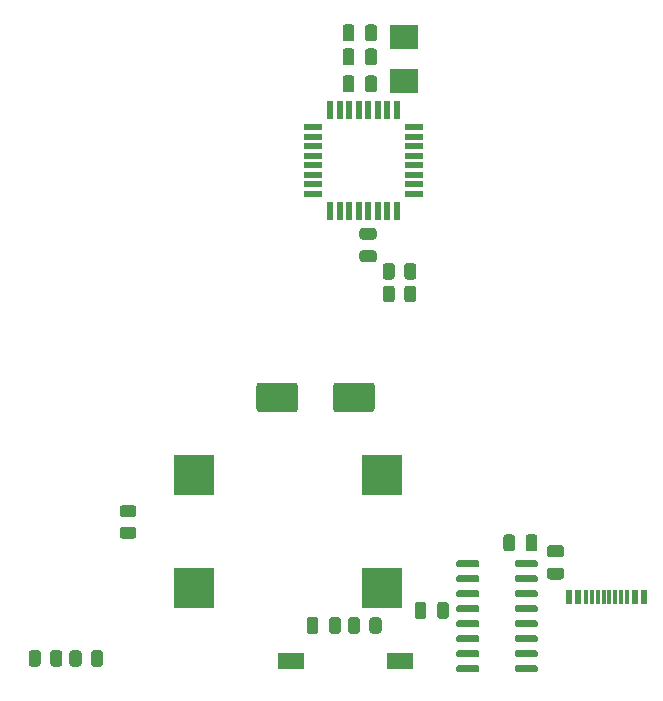
<source format=gbr>
%TF.GenerationSoftware,KiCad,Pcbnew,(5.1.9)-1*%
%TF.CreationDate,2021-04-10T21:08:21+08:00*%
%TF.ProjectId,CSPS2ATX2.0,43535053-3241-4545-9832-2e302e6b6963,V2.0*%
%TF.SameCoordinates,Original*%
%TF.FileFunction,Paste,Bot*%
%TF.FilePolarity,Positive*%
%FSLAX46Y46*%
G04 Gerber Fmt 4.6, Leading zero omitted, Abs format (unit mm)*
G04 Created by KiCad (PCBNEW (5.1.9)-1) date 2021-04-10 21:08:21*
%MOMM*%
%LPD*%
G01*
G04 APERTURE LIST*
%ADD10R,0.600000X1.160000*%
%ADD11R,0.300000X1.160000*%
%ADD12R,3.500000X3.500000*%
%ADD13R,2.400000X2.000000*%
%ADD14R,1.600000X0.550000*%
%ADD15R,0.550000X1.600000*%
%ADD16R,2.180000X1.400000*%
G04 APERTURE END LIST*
D10*
%TO.C,J101*%
X127610000Y-118267000D03*
X128410000Y-118267000D03*
X127610000Y-118267000D03*
X128410000Y-118267000D03*
X134010000Y-118267000D03*
X134010000Y-118267000D03*
X133210000Y-118267000D03*
X133210000Y-118267000D03*
D11*
X129060000Y-118267000D03*
X130060000Y-118267000D03*
X129560000Y-118267000D03*
X132060000Y-118267000D03*
X132560000Y-118267000D03*
X130560000Y-118267000D03*
X131060000Y-118267000D03*
X131560000Y-118267000D03*
%TD*%
D12*
%TO.C,U4*%
X111760000Y-117475000D03*
X111760000Y-107950000D03*
X95885000Y-117475000D03*
X95885000Y-107950000D03*
%TD*%
D13*
%TO.C,Y101*%
X113665000Y-70849000D03*
X113665000Y-74549000D03*
%TD*%
%TO.C,U102*%
G36*
G01*
X120039000Y-115293000D02*
X120039000Y-115593000D01*
G75*
G02*
X119889000Y-115743000I-150000J0D01*
G01*
X118239000Y-115743000D01*
G75*
G02*
X118089000Y-115593000I0J150000D01*
G01*
X118089000Y-115293000D01*
G75*
G02*
X118239000Y-115143000I150000J0D01*
G01*
X119889000Y-115143000D01*
G75*
G02*
X120039000Y-115293000I0J-150000D01*
G01*
G37*
G36*
G01*
X120039000Y-116563000D02*
X120039000Y-116863000D01*
G75*
G02*
X119889000Y-117013000I-150000J0D01*
G01*
X118239000Y-117013000D01*
G75*
G02*
X118089000Y-116863000I0J150000D01*
G01*
X118089000Y-116563000D01*
G75*
G02*
X118239000Y-116413000I150000J0D01*
G01*
X119889000Y-116413000D01*
G75*
G02*
X120039000Y-116563000I0J-150000D01*
G01*
G37*
G36*
G01*
X120039000Y-117833000D02*
X120039000Y-118133000D01*
G75*
G02*
X119889000Y-118283000I-150000J0D01*
G01*
X118239000Y-118283000D01*
G75*
G02*
X118089000Y-118133000I0J150000D01*
G01*
X118089000Y-117833000D01*
G75*
G02*
X118239000Y-117683000I150000J0D01*
G01*
X119889000Y-117683000D01*
G75*
G02*
X120039000Y-117833000I0J-150000D01*
G01*
G37*
G36*
G01*
X120039000Y-119103000D02*
X120039000Y-119403000D01*
G75*
G02*
X119889000Y-119553000I-150000J0D01*
G01*
X118239000Y-119553000D01*
G75*
G02*
X118089000Y-119403000I0J150000D01*
G01*
X118089000Y-119103000D01*
G75*
G02*
X118239000Y-118953000I150000J0D01*
G01*
X119889000Y-118953000D01*
G75*
G02*
X120039000Y-119103000I0J-150000D01*
G01*
G37*
G36*
G01*
X120039000Y-120373000D02*
X120039000Y-120673000D01*
G75*
G02*
X119889000Y-120823000I-150000J0D01*
G01*
X118239000Y-120823000D01*
G75*
G02*
X118089000Y-120673000I0J150000D01*
G01*
X118089000Y-120373000D01*
G75*
G02*
X118239000Y-120223000I150000J0D01*
G01*
X119889000Y-120223000D01*
G75*
G02*
X120039000Y-120373000I0J-150000D01*
G01*
G37*
G36*
G01*
X120039000Y-121643000D02*
X120039000Y-121943000D01*
G75*
G02*
X119889000Y-122093000I-150000J0D01*
G01*
X118239000Y-122093000D01*
G75*
G02*
X118089000Y-121943000I0J150000D01*
G01*
X118089000Y-121643000D01*
G75*
G02*
X118239000Y-121493000I150000J0D01*
G01*
X119889000Y-121493000D01*
G75*
G02*
X120039000Y-121643000I0J-150000D01*
G01*
G37*
G36*
G01*
X120039000Y-122913000D02*
X120039000Y-123213000D01*
G75*
G02*
X119889000Y-123363000I-150000J0D01*
G01*
X118239000Y-123363000D01*
G75*
G02*
X118089000Y-123213000I0J150000D01*
G01*
X118089000Y-122913000D01*
G75*
G02*
X118239000Y-122763000I150000J0D01*
G01*
X119889000Y-122763000D01*
G75*
G02*
X120039000Y-122913000I0J-150000D01*
G01*
G37*
G36*
G01*
X120039000Y-124183000D02*
X120039000Y-124483000D01*
G75*
G02*
X119889000Y-124633000I-150000J0D01*
G01*
X118239000Y-124633000D01*
G75*
G02*
X118089000Y-124483000I0J150000D01*
G01*
X118089000Y-124183000D01*
G75*
G02*
X118239000Y-124033000I150000J0D01*
G01*
X119889000Y-124033000D01*
G75*
G02*
X120039000Y-124183000I0J-150000D01*
G01*
G37*
G36*
G01*
X124989000Y-124183000D02*
X124989000Y-124483000D01*
G75*
G02*
X124839000Y-124633000I-150000J0D01*
G01*
X123189000Y-124633000D01*
G75*
G02*
X123039000Y-124483000I0J150000D01*
G01*
X123039000Y-124183000D01*
G75*
G02*
X123189000Y-124033000I150000J0D01*
G01*
X124839000Y-124033000D01*
G75*
G02*
X124989000Y-124183000I0J-150000D01*
G01*
G37*
G36*
G01*
X124989000Y-122913000D02*
X124989000Y-123213000D01*
G75*
G02*
X124839000Y-123363000I-150000J0D01*
G01*
X123189000Y-123363000D01*
G75*
G02*
X123039000Y-123213000I0J150000D01*
G01*
X123039000Y-122913000D01*
G75*
G02*
X123189000Y-122763000I150000J0D01*
G01*
X124839000Y-122763000D01*
G75*
G02*
X124989000Y-122913000I0J-150000D01*
G01*
G37*
G36*
G01*
X124989000Y-121643000D02*
X124989000Y-121943000D01*
G75*
G02*
X124839000Y-122093000I-150000J0D01*
G01*
X123189000Y-122093000D01*
G75*
G02*
X123039000Y-121943000I0J150000D01*
G01*
X123039000Y-121643000D01*
G75*
G02*
X123189000Y-121493000I150000J0D01*
G01*
X124839000Y-121493000D01*
G75*
G02*
X124989000Y-121643000I0J-150000D01*
G01*
G37*
G36*
G01*
X124989000Y-120373000D02*
X124989000Y-120673000D01*
G75*
G02*
X124839000Y-120823000I-150000J0D01*
G01*
X123189000Y-120823000D01*
G75*
G02*
X123039000Y-120673000I0J150000D01*
G01*
X123039000Y-120373000D01*
G75*
G02*
X123189000Y-120223000I150000J0D01*
G01*
X124839000Y-120223000D01*
G75*
G02*
X124989000Y-120373000I0J-150000D01*
G01*
G37*
G36*
G01*
X124989000Y-119103000D02*
X124989000Y-119403000D01*
G75*
G02*
X124839000Y-119553000I-150000J0D01*
G01*
X123189000Y-119553000D01*
G75*
G02*
X123039000Y-119403000I0J150000D01*
G01*
X123039000Y-119103000D01*
G75*
G02*
X123189000Y-118953000I150000J0D01*
G01*
X124839000Y-118953000D01*
G75*
G02*
X124989000Y-119103000I0J-150000D01*
G01*
G37*
G36*
G01*
X124989000Y-117833000D02*
X124989000Y-118133000D01*
G75*
G02*
X124839000Y-118283000I-150000J0D01*
G01*
X123189000Y-118283000D01*
G75*
G02*
X123039000Y-118133000I0J150000D01*
G01*
X123039000Y-117833000D01*
G75*
G02*
X123189000Y-117683000I150000J0D01*
G01*
X124839000Y-117683000D01*
G75*
G02*
X124989000Y-117833000I0J-150000D01*
G01*
G37*
G36*
G01*
X124989000Y-116563000D02*
X124989000Y-116863000D01*
G75*
G02*
X124839000Y-117013000I-150000J0D01*
G01*
X123189000Y-117013000D01*
G75*
G02*
X123039000Y-116863000I0J150000D01*
G01*
X123039000Y-116563000D01*
G75*
G02*
X123189000Y-116413000I150000J0D01*
G01*
X124839000Y-116413000D01*
G75*
G02*
X124989000Y-116563000I0J-150000D01*
G01*
G37*
G36*
G01*
X124989000Y-115293000D02*
X124989000Y-115593000D01*
G75*
G02*
X124839000Y-115743000I-150000J0D01*
G01*
X123189000Y-115743000D01*
G75*
G02*
X123039000Y-115593000I0J150000D01*
G01*
X123039000Y-115293000D01*
G75*
G02*
X123189000Y-115143000I150000J0D01*
G01*
X124839000Y-115143000D01*
G75*
G02*
X124989000Y-115293000I0J-150000D01*
G01*
G37*
%TD*%
D14*
%TO.C,U101*%
X105986000Y-78480000D03*
X105986000Y-79280000D03*
X105986000Y-80080000D03*
X105986000Y-80880000D03*
X105986000Y-81680000D03*
X105986000Y-82480000D03*
X105986000Y-83280000D03*
X105986000Y-84080000D03*
D15*
X107436000Y-85530000D03*
X108236000Y-85530000D03*
X109036000Y-85530000D03*
X109836000Y-85530000D03*
X110636000Y-85530000D03*
X111436000Y-85530000D03*
X112236000Y-85530000D03*
X113036000Y-85530000D03*
D14*
X114486000Y-84080000D03*
X114486000Y-83280000D03*
X114486000Y-82480000D03*
X114486000Y-81680000D03*
X114486000Y-80880000D03*
X114486000Y-80080000D03*
X114486000Y-79280000D03*
X114486000Y-78480000D03*
D15*
X113036000Y-77030000D03*
X112236000Y-77030000D03*
X111436000Y-77030000D03*
X110636000Y-77030000D03*
X109836000Y-77030000D03*
X109036000Y-77030000D03*
X108236000Y-77030000D03*
X107436000Y-77030000D03*
%TD*%
D16*
%TO.C,SW101*%
X104104000Y-123698000D03*
X113284000Y-123698000D03*
%TD*%
%TO.C,R107*%
G36*
G01*
X113684000Y-91128001D02*
X113684000Y-90227999D01*
G75*
G02*
X113933999Y-89978000I249999J0D01*
G01*
X114459001Y-89978000D01*
G75*
G02*
X114709000Y-90227999I0J-249999D01*
G01*
X114709000Y-91128001D01*
G75*
G02*
X114459001Y-91378000I-249999J0D01*
G01*
X113933999Y-91378000D01*
G75*
G02*
X113684000Y-91128001I0J249999D01*
G01*
G37*
G36*
G01*
X111859000Y-91128001D02*
X111859000Y-90227999D01*
G75*
G02*
X112108999Y-89978000I249999J0D01*
G01*
X112634001Y-89978000D01*
G75*
G02*
X112884000Y-90227999I0J-249999D01*
G01*
X112884000Y-91128001D01*
G75*
G02*
X112634001Y-91378000I-249999J0D01*
G01*
X112108999Y-91378000D01*
G75*
G02*
X111859000Y-91128001I0J249999D01*
G01*
G37*
%TD*%
%TO.C,R106*%
G36*
G01*
X112884000Y-92132999D02*
X112884000Y-93033001D01*
G75*
G02*
X112634001Y-93283000I-249999J0D01*
G01*
X112108999Y-93283000D01*
G75*
G02*
X111859000Y-93033001I0J249999D01*
G01*
X111859000Y-92132999D01*
G75*
G02*
X112108999Y-91883000I249999J0D01*
G01*
X112634001Y-91883000D01*
G75*
G02*
X112884000Y-92132999I0J-249999D01*
G01*
G37*
G36*
G01*
X114709000Y-92132999D02*
X114709000Y-93033001D01*
G75*
G02*
X114459001Y-93283000I-249999J0D01*
G01*
X113933999Y-93283000D01*
G75*
G02*
X113684000Y-93033001I0J249999D01*
G01*
X113684000Y-92132999D01*
G75*
G02*
X113933999Y-91883000I249999J0D01*
G01*
X114459001Y-91883000D01*
G75*
G02*
X114709000Y-92132999I0J-249999D01*
G01*
G37*
%TD*%
%TO.C,R101*%
G36*
G01*
X110739500Y-121100001D02*
X110739500Y-120199999D01*
G75*
G02*
X110989499Y-119950000I249999J0D01*
G01*
X111514501Y-119950000D01*
G75*
G02*
X111764500Y-120199999I0J-249999D01*
G01*
X111764500Y-121100001D01*
G75*
G02*
X111514501Y-121350000I-249999J0D01*
G01*
X110989499Y-121350000D01*
G75*
G02*
X110739500Y-121100001I0J249999D01*
G01*
G37*
G36*
G01*
X108914500Y-121100001D02*
X108914500Y-120199999D01*
G75*
G02*
X109164499Y-119950000I249999J0D01*
G01*
X109689501Y-119950000D01*
G75*
G02*
X109939500Y-120199999I0J-249999D01*
G01*
X109939500Y-121100001D01*
G75*
G02*
X109689501Y-121350000I-249999J0D01*
G01*
X109164499Y-121350000D01*
G75*
G02*
X108914500Y-121100001I0J249999D01*
G01*
G37*
%TD*%
%TO.C,R6*%
G36*
G01*
X82912000Y-122993999D02*
X82912000Y-123894001D01*
G75*
G02*
X82662001Y-124144000I-249999J0D01*
G01*
X82136999Y-124144000D01*
G75*
G02*
X81887000Y-123894001I0J249999D01*
G01*
X81887000Y-122993999D01*
G75*
G02*
X82136999Y-122744000I249999J0D01*
G01*
X82662001Y-122744000D01*
G75*
G02*
X82912000Y-122993999I0J-249999D01*
G01*
G37*
G36*
G01*
X84737000Y-122993999D02*
X84737000Y-123894001D01*
G75*
G02*
X84487001Y-124144000I-249999J0D01*
G01*
X83961999Y-124144000D01*
G75*
G02*
X83712000Y-123894001I0J249999D01*
G01*
X83712000Y-122993999D01*
G75*
G02*
X83961999Y-122744000I249999J0D01*
G01*
X84487001Y-122744000D01*
G75*
G02*
X84737000Y-122993999I0J-249999D01*
G01*
G37*
%TD*%
%TO.C,R5*%
G36*
G01*
X86364500Y-122993999D02*
X86364500Y-123894001D01*
G75*
G02*
X86114501Y-124144000I-249999J0D01*
G01*
X85589499Y-124144000D01*
G75*
G02*
X85339500Y-123894001I0J249999D01*
G01*
X85339500Y-122993999D01*
G75*
G02*
X85589499Y-122744000I249999J0D01*
G01*
X86114501Y-122744000D01*
G75*
G02*
X86364500Y-122993999I0J-249999D01*
G01*
G37*
G36*
G01*
X88189500Y-122993999D02*
X88189500Y-123894001D01*
G75*
G02*
X87939501Y-124144000I-249999J0D01*
G01*
X87414499Y-124144000D01*
G75*
G02*
X87164500Y-123894001I0J249999D01*
G01*
X87164500Y-122993999D01*
G75*
G02*
X87414499Y-122744000I249999J0D01*
G01*
X87939501Y-122744000D01*
G75*
G02*
X88189500Y-122993999I0J-249999D01*
G01*
G37*
%TD*%
%TO.C,R1*%
G36*
G01*
X90747001Y-111487000D02*
X89846999Y-111487000D01*
G75*
G02*
X89597000Y-111237001I0J249999D01*
G01*
X89597000Y-110711999D01*
G75*
G02*
X89846999Y-110462000I249999J0D01*
G01*
X90747001Y-110462000D01*
G75*
G02*
X90997000Y-110711999I0J-249999D01*
G01*
X90997000Y-111237001D01*
G75*
G02*
X90747001Y-111487000I-249999J0D01*
G01*
G37*
G36*
G01*
X90747001Y-113312000D02*
X89846999Y-113312000D01*
G75*
G02*
X89597000Y-113062001I0J249999D01*
G01*
X89597000Y-112536999D01*
G75*
G02*
X89846999Y-112287000I249999J0D01*
G01*
X90747001Y-112287000D01*
G75*
G02*
X90997000Y-112536999I0J-249999D01*
G01*
X90997000Y-113062001D01*
G75*
G02*
X90747001Y-113312000I-249999J0D01*
G01*
G37*
%TD*%
%TO.C,C108*%
G36*
G01*
X115562000Y-118905000D02*
X115562000Y-119855000D01*
G75*
G02*
X115312000Y-120105000I-250000J0D01*
G01*
X114812000Y-120105000D01*
G75*
G02*
X114562000Y-119855000I0J250000D01*
G01*
X114562000Y-118905000D01*
G75*
G02*
X114812000Y-118655000I250000J0D01*
G01*
X115312000Y-118655000D01*
G75*
G02*
X115562000Y-118905000I0J-250000D01*
G01*
G37*
G36*
G01*
X117462000Y-118905000D02*
X117462000Y-119855000D01*
G75*
G02*
X117212000Y-120105000I-250000J0D01*
G01*
X116712000Y-120105000D01*
G75*
G02*
X116462000Y-119855000I0J250000D01*
G01*
X116462000Y-118905000D01*
G75*
G02*
X116712000Y-118655000I250000J0D01*
G01*
X117212000Y-118655000D01*
G75*
G02*
X117462000Y-118905000I0J-250000D01*
G01*
G37*
%TD*%
%TO.C,C107*%
G36*
G01*
X123960000Y-114140000D02*
X123960000Y-113190000D01*
G75*
G02*
X124210000Y-112940000I250000J0D01*
G01*
X124710000Y-112940000D01*
G75*
G02*
X124960000Y-113190000I0J-250000D01*
G01*
X124960000Y-114140000D01*
G75*
G02*
X124710000Y-114390000I-250000J0D01*
G01*
X124210000Y-114390000D01*
G75*
G02*
X123960000Y-114140000I0J250000D01*
G01*
G37*
G36*
G01*
X122060000Y-114140000D02*
X122060000Y-113190000D01*
G75*
G02*
X122310000Y-112940000I250000J0D01*
G01*
X122810000Y-112940000D01*
G75*
G02*
X123060000Y-113190000I0J-250000D01*
G01*
X123060000Y-114140000D01*
G75*
G02*
X122810000Y-114390000I-250000J0D01*
G01*
X122310000Y-114390000D01*
G75*
G02*
X122060000Y-114140000I0J250000D01*
G01*
G37*
%TD*%
%TO.C,C106*%
G36*
G01*
X126967000Y-114866000D02*
X126017000Y-114866000D01*
G75*
G02*
X125767000Y-114616000I0J250000D01*
G01*
X125767000Y-114116000D01*
G75*
G02*
X126017000Y-113866000I250000J0D01*
G01*
X126967000Y-113866000D01*
G75*
G02*
X127217000Y-114116000I0J-250000D01*
G01*
X127217000Y-114616000D01*
G75*
G02*
X126967000Y-114866000I-250000J0D01*
G01*
G37*
G36*
G01*
X126967000Y-116766000D02*
X126017000Y-116766000D01*
G75*
G02*
X125767000Y-116516000I0J250000D01*
G01*
X125767000Y-116016000D01*
G75*
G02*
X126017000Y-115766000I250000J0D01*
G01*
X126967000Y-115766000D01*
G75*
G02*
X127217000Y-116016000I0J-250000D01*
G01*
X127217000Y-116516000D01*
G75*
G02*
X126967000Y-116766000I-250000J0D01*
G01*
G37*
%TD*%
%TO.C,C105*%
G36*
G01*
X107323000Y-121125000D02*
X107323000Y-120175000D01*
G75*
G02*
X107573000Y-119925000I250000J0D01*
G01*
X108073000Y-119925000D01*
G75*
G02*
X108323000Y-120175000I0J-250000D01*
G01*
X108323000Y-121125000D01*
G75*
G02*
X108073000Y-121375000I-250000J0D01*
G01*
X107573000Y-121375000D01*
G75*
G02*
X107323000Y-121125000I0J250000D01*
G01*
G37*
G36*
G01*
X105423000Y-121125000D02*
X105423000Y-120175000D01*
G75*
G02*
X105673000Y-119925000I250000J0D01*
G01*
X106173000Y-119925000D01*
G75*
G02*
X106423000Y-120175000I0J-250000D01*
G01*
X106423000Y-121125000D01*
G75*
G02*
X106173000Y-121375000I-250000J0D01*
G01*
X105673000Y-121375000D01*
G75*
G02*
X105423000Y-121125000I0J250000D01*
G01*
G37*
%TD*%
%TO.C,C104*%
G36*
G01*
X111092000Y-89903000D02*
X110142000Y-89903000D01*
G75*
G02*
X109892000Y-89653000I0J250000D01*
G01*
X109892000Y-89153000D01*
G75*
G02*
X110142000Y-88903000I250000J0D01*
G01*
X111092000Y-88903000D01*
G75*
G02*
X111342000Y-89153000I0J-250000D01*
G01*
X111342000Y-89653000D01*
G75*
G02*
X111092000Y-89903000I-250000J0D01*
G01*
G37*
G36*
G01*
X111092000Y-88003000D02*
X110142000Y-88003000D01*
G75*
G02*
X109892000Y-87753000I0J250000D01*
G01*
X109892000Y-87253000D01*
G75*
G02*
X110142000Y-87003000I250000J0D01*
G01*
X111092000Y-87003000D01*
G75*
G02*
X111342000Y-87253000I0J-250000D01*
G01*
X111342000Y-87753000D01*
G75*
G02*
X111092000Y-88003000I-250000J0D01*
G01*
G37*
%TD*%
%TO.C,C103*%
G36*
G01*
X110371000Y-75278000D02*
X110371000Y-74328000D01*
G75*
G02*
X110621000Y-74078000I250000J0D01*
G01*
X111121000Y-74078000D01*
G75*
G02*
X111371000Y-74328000I0J-250000D01*
G01*
X111371000Y-75278000D01*
G75*
G02*
X111121000Y-75528000I-250000J0D01*
G01*
X110621000Y-75528000D01*
G75*
G02*
X110371000Y-75278000I0J250000D01*
G01*
G37*
G36*
G01*
X108471000Y-75278000D02*
X108471000Y-74328000D01*
G75*
G02*
X108721000Y-74078000I250000J0D01*
G01*
X109221000Y-74078000D01*
G75*
G02*
X109471000Y-74328000I0J-250000D01*
G01*
X109471000Y-75278000D01*
G75*
G02*
X109221000Y-75528000I-250000J0D01*
G01*
X108721000Y-75528000D01*
G75*
G02*
X108471000Y-75278000I0J250000D01*
G01*
G37*
%TD*%
%TO.C,C102*%
G36*
G01*
X109471000Y-70010000D02*
X109471000Y-70960000D01*
G75*
G02*
X109221000Y-71210000I-250000J0D01*
G01*
X108721000Y-71210000D01*
G75*
G02*
X108471000Y-70960000I0J250000D01*
G01*
X108471000Y-70010000D01*
G75*
G02*
X108721000Y-69760000I250000J0D01*
G01*
X109221000Y-69760000D01*
G75*
G02*
X109471000Y-70010000I0J-250000D01*
G01*
G37*
G36*
G01*
X111371000Y-70010000D02*
X111371000Y-70960000D01*
G75*
G02*
X111121000Y-71210000I-250000J0D01*
G01*
X110621000Y-71210000D01*
G75*
G02*
X110371000Y-70960000I0J250000D01*
G01*
X110371000Y-70010000D01*
G75*
G02*
X110621000Y-69760000I250000J0D01*
G01*
X111121000Y-69760000D01*
G75*
G02*
X111371000Y-70010000I0J-250000D01*
G01*
G37*
%TD*%
%TO.C,C101*%
G36*
G01*
X109471000Y-72042000D02*
X109471000Y-72992000D01*
G75*
G02*
X109221000Y-73242000I-250000J0D01*
G01*
X108721000Y-73242000D01*
G75*
G02*
X108471000Y-72992000I0J250000D01*
G01*
X108471000Y-72042000D01*
G75*
G02*
X108721000Y-71792000I250000J0D01*
G01*
X109221000Y-71792000D01*
G75*
G02*
X109471000Y-72042000I0J-250000D01*
G01*
G37*
G36*
G01*
X111371000Y-72042000D02*
X111371000Y-72992000D01*
G75*
G02*
X111121000Y-73242000I-250000J0D01*
G01*
X110621000Y-73242000D01*
G75*
G02*
X110371000Y-72992000I0J250000D01*
G01*
X110371000Y-72042000D01*
G75*
G02*
X110621000Y-71792000I250000J0D01*
G01*
X111121000Y-71792000D01*
G75*
G02*
X111371000Y-72042000I0J-250000D01*
G01*
G37*
%TD*%
%TO.C,C7*%
G36*
G01*
X104672000Y-100346000D02*
X104672000Y-102346000D01*
G75*
G02*
X104422000Y-102596000I-250000J0D01*
G01*
X101422000Y-102596000D01*
G75*
G02*
X101172000Y-102346000I0J250000D01*
G01*
X101172000Y-100346000D01*
G75*
G02*
X101422000Y-100096000I250000J0D01*
G01*
X104422000Y-100096000D01*
G75*
G02*
X104672000Y-100346000I0J-250000D01*
G01*
G37*
G36*
G01*
X111172000Y-100346000D02*
X111172000Y-102346000D01*
G75*
G02*
X110922000Y-102596000I-250000J0D01*
G01*
X107922000Y-102596000D01*
G75*
G02*
X107672000Y-102346000I0J250000D01*
G01*
X107672000Y-100346000D01*
G75*
G02*
X107922000Y-100096000I250000J0D01*
G01*
X110922000Y-100096000D01*
G75*
G02*
X111172000Y-100346000I0J-250000D01*
G01*
G37*
%TD*%
M02*

</source>
